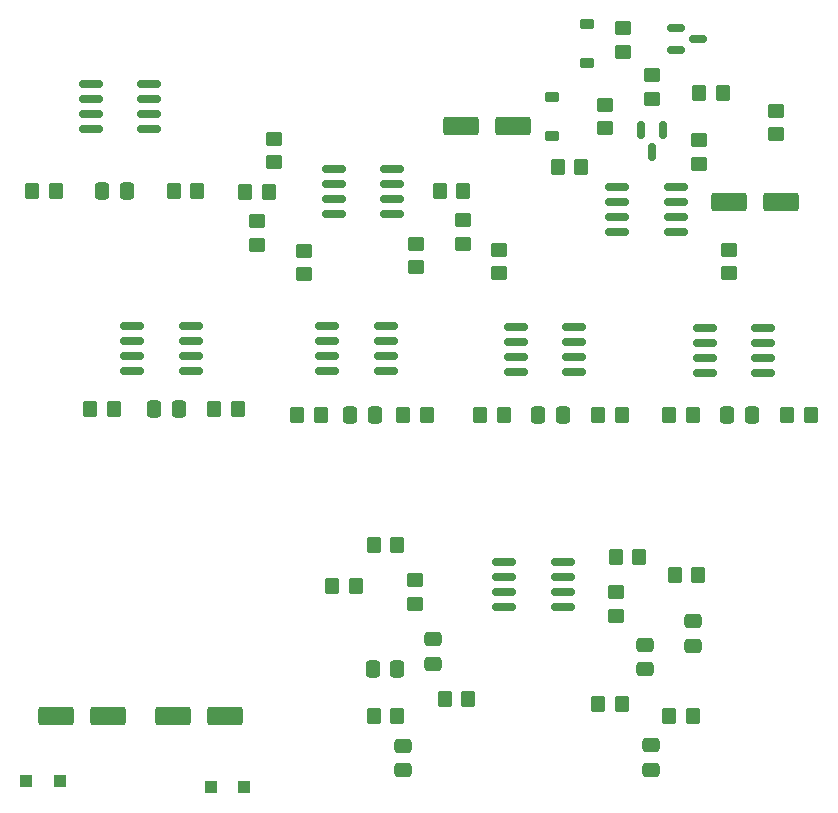
<source format=gbr>
%TF.GenerationSoftware,KiCad,Pcbnew,8.0.5*%
%TF.CreationDate,2024-11-26T13:04:47+01:00*%
%TF.ProjectId,mesa_mezclas,6d657361-5f6d-4657-9a63-6c61732e6b69,rev?*%
%TF.SameCoordinates,Original*%
%TF.FileFunction,Paste,Top*%
%TF.FilePolarity,Positive*%
%FSLAX46Y46*%
G04 Gerber Fmt 4.6, Leading zero omitted, Abs format (unit mm)*
G04 Created by KiCad (PCBNEW 8.0.5) date 2024-11-26 13:04:47*
%MOMM*%
%LPD*%
G01*
G04 APERTURE LIST*
G04 Aperture macros list*
%AMRoundRect*
0 Rectangle with rounded corners*
0 $1 Rounding radius*
0 $2 $3 $4 $5 $6 $7 $8 $9 X,Y pos of 4 corners*
0 Add a 4 corners polygon primitive as box body*
4,1,4,$2,$3,$4,$5,$6,$7,$8,$9,$2,$3,0*
0 Add four circle primitives for the rounded corners*
1,1,$1+$1,$2,$3*
1,1,$1+$1,$4,$5*
1,1,$1+$1,$6,$7*
1,1,$1+$1,$8,$9*
0 Add four rect primitives between the rounded corners*
20,1,$1+$1,$2,$3,$4,$5,0*
20,1,$1+$1,$4,$5,$6,$7,0*
20,1,$1+$1,$6,$7,$8,$9,0*
20,1,$1+$1,$8,$9,$2,$3,0*%
G04 Aperture macros list end*
%ADD10RoundRect,0.250000X-1.250000X-0.550000X1.250000X-0.550000X1.250000X0.550000X-1.250000X0.550000X0*%
%ADD11RoundRect,0.250000X1.250000X0.550000X-1.250000X0.550000X-1.250000X-0.550000X1.250000X-0.550000X0*%
%ADD12RoundRect,0.250000X-0.350000X-0.450000X0.350000X-0.450000X0.350000X0.450000X-0.350000X0.450000X0*%
%ADD13RoundRect,0.250000X0.450000X-0.350000X0.450000X0.350000X-0.450000X0.350000X-0.450000X-0.350000X0*%
%ADD14RoundRect,0.225000X-0.375000X0.225000X-0.375000X-0.225000X0.375000X-0.225000X0.375000X0.225000X0*%
%ADD15RoundRect,0.250000X0.350000X0.450000X-0.350000X0.450000X-0.350000X-0.450000X0.350000X-0.450000X0*%
%ADD16RoundRect,0.250000X0.475000X-0.337500X0.475000X0.337500X-0.475000X0.337500X-0.475000X-0.337500X0*%
%ADD17RoundRect,0.150000X-0.825000X-0.150000X0.825000X-0.150000X0.825000X0.150000X-0.825000X0.150000X0*%
%ADD18RoundRect,0.150000X-0.587500X-0.150000X0.587500X-0.150000X0.587500X0.150000X-0.587500X0.150000X0*%
%ADD19RoundRect,0.250000X-0.450000X0.350000X-0.450000X-0.350000X0.450000X-0.350000X0.450000X0.350000X0*%
%ADD20RoundRect,0.250000X-0.337500X-0.475000X0.337500X-0.475000X0.337500X0.475000X-0.337500X0.475000X0*%
%ADD21RoundRect,0.250000X-0.300000X-0.300000X0.300000X-0.300000X0.300000X0.300000X-0.300000X0.300000X0*%
%ADD22RoundRect,0.150000X-0.150000X0.587500X-0.150000X-0.587500X0.150000X-0.587500X0.150000X0.587500X0*%
%ADD23RoundRect,0.250000X0.300000X0.300000X-0.300000X0.300000X-0.300000X-0.300000X0.300000X-0.300000X0*%
G04 APERTURE END LIST*
D10*
%TO.C,C12*%
X152000000Y-113500000D03*
X156400000Y-113500000D03*
%TD*%
D11*
%TO.C,C11*%
X129300000Y-107000000D03*
X133700000Y-107000000D03*
%TD*%
D12*
%TO.C,R19*%
X130925000Y-131500000D03*
X132925000Y-131500000D03*
%TD*%
D13*
%TO.C,R26*%
X129500000Y-117000000D03*
X129500000Y-115000000D03*
%TD*%
%TO.C,R3*%
X125425000Y-147500000D03*
X125425000Y-145500000D03*
%TD*%
D14*
%TO.C,D1*%
X137000000Y-104580000D03*
X137000000Y-107880000D03*
%TD*%
D15*
%TO.C,R16*%
X113025000Y-112595000D03*
X111025000Y-112595000D03*
%TD*%
%TO.C,R5*%
X123925000Y-142500000D03*
X121925000Y-142500000D03*
%TD*%
D13*
%TO.C,R23*%
X132500000Y-119500000D03*
X132500000Y-117500000D03*
%TD*%
D16*
%TO.C,C2*%
X126925000Y-152575000D03*
X126925000Y-150500000D03*
%TD*%
D12*
%TO.C,R24*%
X127500000Y-112500000D03*
X129500000Y-112500000D03*
%TD*%
D13*
%TO.C,R8*%
X142425000Y-148500000D03*
X142425000Y-146500000D03*
%TD*%
D17*
%TO.C,U8*%
X133950000Y-124000000D03*
X133950000Y-125270000D03*
X133950000Y-126540000D03*
X133950000Y-127810000D03*
X138900000Y-127810000D03*
X138900000Y-126540000D03*
X138900000Y-125270000D03*
X138900000Y-124000000D03*
%TD*%
D13*
%TO.C,R32*%
X141500000Y-107230000D03*
X141500000Y-105230000D03*
%TD*%
D17*
%TO.C,U9*%
X149950000Y-124095000D03*
X149950000Y-125365000D03*
X149950000Y-126635000D03*
X149950000Y-127905000D03*
X154900000Y-127905000D03*
X154900000Y-126635000D03*
X154900000Y-125365000D03*
X154900000Y-124095000D03*
%TD*%
D12*
%TO.C,R13*%
X115425000Y-131500000D03*
X117425000Y-131500000D03*
%TD*%
D17*
%TO.C,U4*%
X117975000Y-123960000D03*
X117975000Y-125230000D03*
X117975000Y-126500000D03*
X117975000Y-127770000D03*
X122925000Y-127770000D03*
X122925000Y-126500000D03*
X122925000Y-125230000D03*
X122925000Y-123960000D03*
%TD*%
D18*
%TO.C,Q1*%
X147500000Y-98730000D03*
X147500000Y-100630000D03*
X149375000Y-99680000D03*
%TD*%
D12*
%TO.C,R7*%
X146925000Y-157000000D03*
X148925000Y-157000000D03*
%TD*%
%TO.C,R20*%
X140925000Y-131500000D03*
X142925000Y-131500000D03*
%TD*%
D16*
%TO.C,C6*%
X148962500Y-151037500D03*
X148962500Y-148962500D03*
%TD*%
D17*
%TO.C,U5*%
X97962500Y-103500000D03*
X97962500Y-104770000D03*
X97962500Y-106040000D03*
X97962500Y-107310000D03*
X102912500Y-107310000D03*
X102912500Y-106040000D03*
X102912500Y-104770000D03*
X102912500Y-103500000D03*
%TD*%
D13*
%TO.C,R30*%
X149500000Y-110230000D03*
X149500000Y-108230000D03*
%TD*%
D15*
%TO.C,R6*%
X142925000Y-156000000D03*
X140925000Y-156000000D03*
%TD*%
D19*
%TO.C,R17*%
X112025000Y-115095000D03*
X112025000Y-117095000D03*
%TD*%
D16*
%TO.C,C4*%
X145425000Y-161537500D03*
X145425000Y-159462500D03*
%TD*%
D17*
%TO.C,U3*%
X101475000Y-123960000D03*
X101475000Y-125230000D03*
X101475000Y-126500000D03*
X101475000Y-127770000D03*
X106425000Y-127770000D03*
X106425000Y-126500000D03*
X106425000Y-125230000D03*
X106425000Y-123960000D03*
%TD*%
%TO.C,U1*%
X142550000Y-112230000D03*
X142550000Y-113500000D03*
X142550000Y-114770000D03*
X142550000Y-116040000D03*
X147500000Y-116040000D03*
X147500000Y-114770000D03*
X147500000Y-113500000D03*
X147500000Y-112230000D03*
%TD*%
D13*
%TO.C,R15*%
X116025000Y-119595000D03*
X116025000Y-117595000D03*
%TD*%
D12*
%TO.C,R22*%
X156925000Y-131500000D03*
X158925000Y-131500000D03*
%TD*%
D19*
%TO.C,R25*%
X125500000Y-117000000D03*
X125500000Y-119000000D03*
%TD*%
D13*
%TO.C,R27*%
X145500000Y-104730000D03*
X145500000Y-102730000D03*
%TD*%
D17*
%TO.C,U2*%
X132975000Y-143960000D03*
X132975000Y-145230000D03*
X132975000Y-146500000D03*
X132975000Y-147770000D03*
X137925000Y-147770000D03*
X137925000Y-146500000D03*
X137925000Y-145230000D03*
X137925000Y-143960000D03*
%TD*%
D12*
%TO.C,R33*%
X149500000Y-104230000D03*
X151500000Y-104230000D03*
%TD*%
D16*
%TO.C,C5*%
X144925000Y-153000000D03*
X144925000Y-150925000D03*
%TD*%
D12*
%TO.C,R14*%
X124425000Y-131500000D03*
X126425000Y-131500000D03*
%TD*%
D20*
%TO.C,C10*%
X151850000Y-131500000D03*
X153925000Y-131500000D03*
%TD*%
D16*
%TO.C,C1*%
X124425000Y-161575000D03*
X124425000Y-159500000D03*
%TD*%
D12*
%TO.C,R12*%
X108425000Y-131000000D03*
X110425000Y-131000000D03*
%TD*%
D21*
%TO.C,U13*%
X108125000Y-163000000D03*
X110925000Y-163000000D03*
%TD*%
D19*
%TO.C,R29*%
X156000000Y-105730000D03*
X156000000Y-107730000D03*
%TD*%
D22*
%TO.C,Q2*%
X146450000Y-107355000D03*
X144550000Y-107355000D03*
X145500000Y-109230000D03*
%TD*%
D19*
%TO.C,R31*%
X143000000Y-98730000D03*
X143000000Y-100730000D03*
%TD*%
D12*
%TO.C,R9*%
X142425000Y-143500000D03*
X144425000Y-143500000D03*
%TD*%
D20*
%TO.C,C9*%
X135850000Y-131500000D03*
X137925000Y-131500000D03*
%TD*%
%TO.C,C8*%
X119925000Y-131500000D03*
X122000000Y-131500000D03*
%TD*%
%TO.C,C7*%
X103350000Y-131000000D03*
X105425000Y-131000000D03*
%TD*%
D13*
%TO.C,R18*%
X113525000Y-110095000D03*
X113525000Y-108095000D03*
%TD*%
D20*
%TO.C,C3*%
X121850000Y-153000000D03*
X123925000Y-153000000D03*
%TD*%
D12*
%TO.C,R35*%
X93000000Y-112500000D03*
X95000000Y-112500000D03*
%TD*%
D14*
%TO.C,D2*%
X140000000Y-98430000D03*
X140000000Y-101730000D03*
%TD*%
D12*
%TO.C,R36*%
X105000000Y-112500000D03*
X107000000Y-112500000D03*
%TD*%
D15*
%TO.C,R10*%
X149425000Y-145000000D03*
X147425000Y-145000000D03*
%TD*%
D12*
%TO.C,R1*%
X127925000Y-155500000D03*
X129925000Y-155500000D03*
%TD*%
%TO.C,R11*%
X97925000Y-131000000D03*
X99925000Y-131000000D03*
%TD*%
%TO.C,R4*%
X118425000Y-146000000D03*
X120425000Y-146000000D03*
%TD*%
D23*
%TO.C,U12*%
X95325000Y-162500000D03*
X92525000Y-162500000D03*
%TD*%
D20*
%TO.C,C13*%
X98925000Y-112500000D03*
X101000000Y-112500000D03*
%TD*%
D12*
%TO.C,R21*%
X146925000Y-131500000D03*
X148925000Y-131500000D03*
%TD*%
D10*
%TO.C,C29*%
X95025000Y-157000000D03*
X99425000Y-157000000D03*
%TD*%
%TO.C,C30*%
X104925000Y-157000000D03*
X109325000Y-157000000D03*
%TD*%
D12*
%TO.C,R28*%
X137500000Y-110500000D03*
X139500000Y-110500000D03*
%TD*%
D15*
%TO.C,R2*%
X123925000Y-157000000D03*
X121925000Y-157000000D03*
%TD*%
D17*
%TO.C,U7*%
X118550000Y-110690000D03*
X118550000Y-111960000D03*
X118550000Y-113230000D03*
X118550000Y-114500000D03*
X123500000Y-114500000D03*
X123500000Y-113230000D03*
X123500000Y-111960000D03*
X123500000Y-110690000D03*
%TD*%
D19*
%TO.C,R34*%
X152000000Y-117500000D03*
X152000000Y-119500000D03*
%TD*%
M02*

</source>
